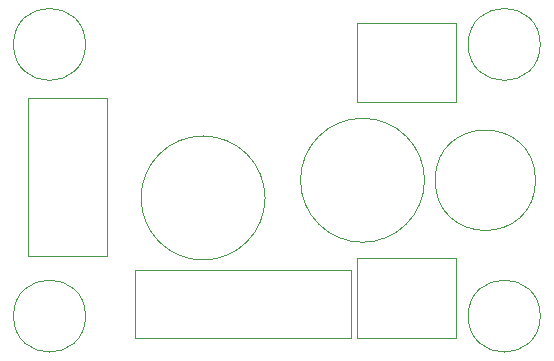
<source format=gbr>
G04 #@! TF.GenerationSoftware,KiCad,Pcbnew,(5.1.4)-1*
G04 #@! TF.CreationDate,2020-01-25T09:23:27+02:00*
G04 #@! TF.ProjectId,power_supply,706f7765-725f-4737-9570-706c792e6b69,rev?*
G04 #@! TF.SameCoordinates,Original*
G04 #@! TF.FileFunction,Other,User*
%FSLAX46Y46*%
G04 Gerber Fmt 4.6, Leading zero omitted, Abs format (unit mm)*
G04 Created by KiCad (PCBNEW (5.1.4)-1) date 2020-01-25 09:23:27*
%MOMM*%
%LPD*%
G04 APERTURE LIST*
%ADD10C,0.050000*%
G04 APERTURE END LIST*
D10*
X180250000Y-128500000D02*
G75*
G03X180250000Y-128500000I-5250000J0D01*
G01*
X203150000Y-127000000D02*
G75*
G03X203150000Y-127000000I-4250000J0D01*
G01*
X187550000Y-140360000D02*
X187550000Y-134640000D01*
X187550000Y-134640000D02*
X169210000Y-134640000D01*
X169210000Y-134640000D02*
X169210000Y-140360000D01*
X169210000Y-140360000D02*
X187550000Y-140360000D01*
X160150000Y-120050000D02*
X160150000Y-133450000D01*
X166900000Y-120050000D02*
X160150000Y-120050000D01*
X166900000Y-133450000D02*
X166900000Y-120050000D01*
X160150000Y-133450000D02*
X166900000Y-133450000D01*
X188050000Y-140350000D02*
X196450000Y-140350000D01*
X188050000Y-133600000D02*
X188050000Y-140350000D01*
X196450000Y-133600000D02*
X188050000Y-133600000D01*
X196450000Y-140350000D02*
X196450000Y-133600000D01*
X188050000Y-113650000D02*
X188050000Y-120400000D01*
X188050000Y-120400000D02*
X196450000Y-120400000D01*
X196450000Y-120400000D02*
X196450000Y-113650000D01*
X196450000Y-113650000D02*
X188050000Y-113650000D01*
X193750000Y-127000000D02*
G75*
G03X193750000Y-127000000I-5250000J0D01*
G01*
X203550000Y-115500000D02*
G75*
G03X203550000Y-115500000I-3050000J0D01*
G01*
X203550000Y-138500000D02*
G75*
G03X203550000Y-138500000I-3050000J0D01*
G01*
X165050000Y-138500000D02*
G75*
G03X165050000Y-138500000I-3050000J0D01*
G01*
X165050000Y-115500000D02*
G75*
G03X165050000Y-115500000I-3050000J0D01*
G01*
M02*

</source>
